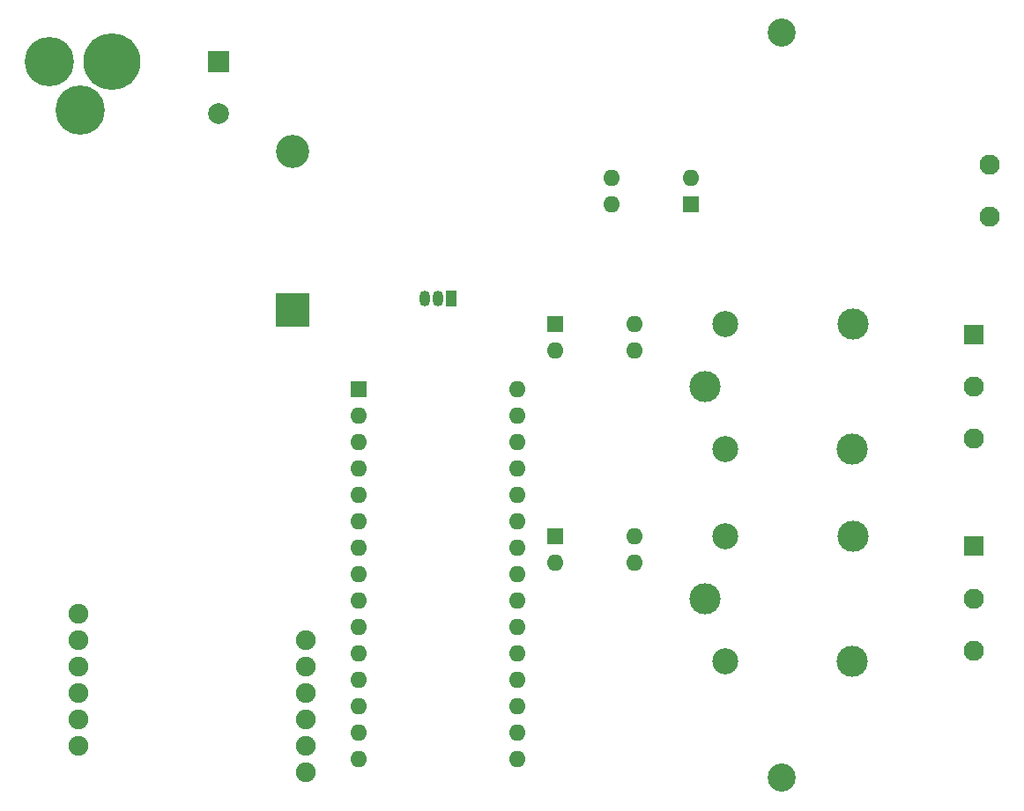
<source format=gbs>
G04 #@! TF.GenerationSoftware,KiCad,Pcbnew,(6.0.8)*
G04 #@! TF.CreationDate,2022-12-08T23:12:20+04:00*
G04 #@! TF.ProjectId,SIM800_NANO,53494d38-3030-45f4-9e41-4e4f2e6b6963,rev?*
G04 #@! TF.SameCoordinates,Original*
G04 #@! TF.FileFunction,Soldermask,Bot*
G04 #@! TF.FilePolarity,Negative*
%FSLAX46Y46*%
G04 Gerber Fmt 4.6, Leading zero omitted, Abs format (unit mm)*
G04 Created by KiCad (PCBNEW (6.0.8)) date 2022-12-08 23:12:20*
%MOMM*%
%LPD*%
G01*
G04 APERTURE LIST*
%ADD10C,3.000000*%
%ADD11C,2.500000*%
%ADD12C,2.700000*%
%ADD13O,1.600000X1.600000*%
%ADD14R,1.600000X1.600000*%
%ADD15R,1.950000X1.950000*%
%ADD16C,1.950000*%
%ADD17C,5.460000*%
%ADD18C,4.740000*%
%ADD19R,1.050000X1.500000*%
%ADD20O,1.050000X1.500000*%
%ADD21R,3.200000X3.200000*%
%ADD22O,3.200000X3.200000*%
%ADD23R,2.000000X2.000000*%
%ADD24C,2.000000*%
%ADD25C,1.900000*%
G04 APERTURE END LIST*
D10*
X160822000Y-120862000D03*
D11*
X162772000Y-126912000D03*
D10*
X174972000Y-126912000D03*
X175022000Y-114862000D03*
D11*
X162772000Y-114912000D03*
D10*
X160797000Y-100462000D03*
D11*
X162747000Y-106512000D03*
D10*
X174947000Y-106512000D03*
X174997000Y-94462000D03*
D11*
X162747000Y-94512000D03*
D12*
X168150000Y-138100000D03*
D13*
X142740000Y-100780000D03*
X142740000Y-103320000D03*
X142740000Y-105860000D03*
X142740000Y-108400000D03*
X142740000Y-110940000D03*
X142740000Y-113480000D03*
X142740000Y-116020000D03*
X142740000Y-118560000D03*
X142740000Y-121100000D03*
X142740000Y-123640000D03*
X142740000Y-126180000D03*
X142740000Y-128720000D03*
X142740000Y-131260000D03*
X142740000Y-133800000D03*
X142740000Y-136340000D03*
X127500000Y-136340000D03*
X127500000Y-133800000D03*
X127500000Y-131260000D03*
X127500000Y-128720000D03*
X127500000Y-126180000D03*
X127500000Y-123640000D03*
X127500000Y-121100000D03*
X127500000Y-118560000D03*
X127500000Y-116020000D03*
X127500000Y-113480000D03*
X127500000Y-110940000D03*
X127500000Y-108400000D03*
X127500000Y-105860000D03*
X127500000Y-103320000D03*
D14*
X127500000Y-100780000D03*
D15*
X186600000Y-95462000D03*
D16*
X186600000Y-100462000D03*
X186600000Y-105462000D03*
D14*
X159500000Y-82957000D03*
D13*
X159500000Y-80417000D03*
X151880000Y-80417000D03*
X151880000Y-82957000D03*
D16*
X188172000Y-79187000D03*
X188172000Y-84187000D03*
D17*
X103795000Y-69235000D03*
D18*
X97795000Y-69235000D03*
X100795000Y-73935000D03*
D19*
X136397000Y-92027000D03*
D20*
X135127000Y-92027000D03*
X133857000Y-92027000D03*
D14*
X146445000Y-94505000D03*
D13*
X146445000Y-97045000D03*
X154065000Y-97045000D03*
X154065000Y-94505000D03*
D12*
X168150000Y-66500000D03*
D21*
X121150000Y-93140000D03*
D22*
X121150000Y-77900000D03*
D23*
X114060000Y-69225323D03*
D24*
X114060000Y-74225323D03*
D15*
X186600000Y-115862000D03*
D16*
X186600000Y-120862000D03*
X186600000Y-125862000D03*
D25*
X100622000Y-122337000D03*
X100622000Y-124877000D03*
X100622000Y-127417000D03*
X100622000Y-129957000D03*
X100622000Y-132497000D03*
X100622000Y-135037000D03*
X122492000Y-137577000D03*
X122492000Y-135037000D03*
X122492000Y-132497000D03*
X122492000Y-129957000D03*
X122492000Y-127417000D03*
X122492000Y-124877000D03*
D14*
X146397000Y-114887000D03*
D13*
X146397000Y-117427000D03*
X154017000Y-117427000D03*
X154017000Y-114887000D03*
M02*

</source>
